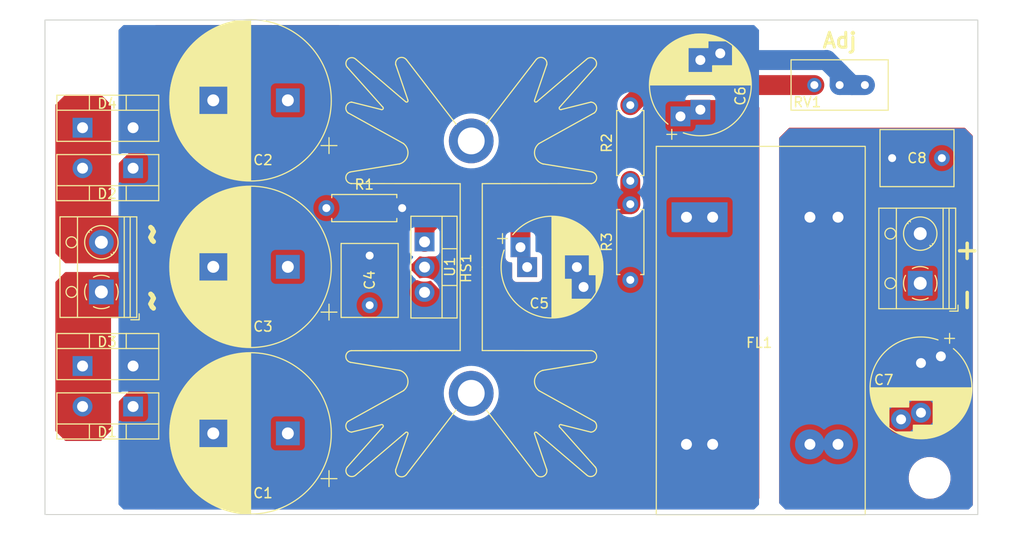
<source format=kicad_pcb>
(kicad_pcb (version 20211014) (generator pcbnew)
  (layers (0 "F.Cu" signal) (31 "B.Cu" signal) (34 "B.Paste" user) (35 "F.Paste" user) (36 "B.SilkS" user "B.Silkscreen") (37 "F.SilkS" user "F.Silkscreen") (38 "B.Mask" user) (39 "F.Mask" user) (44 "Edge.Cuts" user))
  (net 0 "")
  (net 1 "Net-(C1-Pad1)")
  (net 2 "GND")
  (net 3 "Net-(C5-Pad1)")
  (net 4 "Net-(C6-Pad1)")
  (net 5 "Net-(C7-Pad1)")
  (net 6 "Net-(C7-Pad2)")
  (net 7 "Net-(D1-Pad2)")
  (net 8 "Net-(D2-Pad2)")
  (net 9 "Net-(R2-Pad2)")
  (footprint "Capacitor_THT:C_Rect_L7.2mm_W5.5mm_P5.00mm_FKS2_FKP2_MKS2_MKP2" (layer "F.Cu") (at 186.279 91.519063)
    (fp_text reference "C8" (at 2.5 0.0025 180) (layer "F.SilkS"))
    (fp_text value "0.1uF")
    (pad "1" thru_hole circle locked (at 0 0) (size 1.6 1.6) (drill 0.8) (layers *.Cu *.Mask) (net 5 "Net-(C7-Pad1)"))
    (pad "2" thru_hole circle locked (at 5 0) (size 1.6 1.6) (drill 0.8) (layers *.Cu *.Mask) (net 6 "Net-(C7-Pad2)"))
  )
  (footprint "Capacitor_THT:CP_Radial_D10.0mm_P5.00mm_P7.50mm" (layer "F.Cu") (at 166.994427 86.65 90)
    (fp_text reference "C6" (at 1.382677 4.02 90) (layer "F.SilkS"))
    (fp_text value "100uF")
    (pad "1" thru_hole rect locked (at -0.672144 -2 90) (size 2 2) (drill 1) (layers *.Cu *.Mask) (net 4 "Net-(C6-Pad1)"))
    (pad "1" thru_hole rect locked (at 0 0 90) (size 2 2) (drill 1) (layers *.Cu *.Mask) (net 4 "Net-(C6-Pad1)"))
    (pad "2" thru_hole circle locked (at 5 0 90) (size 2 2) (drill 1) (layers *.Cu *.Mask) (net 2 "GND"))
    (pad "2" thru_hole circle locked (at 5.672144 2 90) (size 2 2) (drill 1) (layers *.Cu *.Mask) (net 2 "GND"))
  )
  (footprint "Capacitor_THT:CP_Radial_D16.0mm_P7.50mm" (layer "F.Cu") (at 125.511755 119.224659 180)
    (fp_text reference "C1" (at 2.5 -6.0125) (layer "F.SilkS"))
    (fp_text value "6800uF")
    (pad "1" thru_hole rect locked (at 0 0 180) (size 2.4 2.4) (drill 1.2) (layers *.Cu *.Mask) (net 1 "Net-(C1-Pad1)"))
    (pad "2" thru_hole circle locked (at 7.5 0 180) (size 2.4 2.4) (drill 1.2) (layers *.Cu *.Mask) (net 2 "GND"))
  )
  (footprint "Package_TO_SOT_THT:TO-220-2_Vertical" (layer "F.Cu") (at 104.869 88.46)
    (fp_text reference "D4" (at 2.465 -2.425) (layer "F.SilkS"))
    (fp_text value "MBR735")
    (pad "1" thru_hole rect locked (at 0 0) (size 2 2) (drill 1.1) (layers *.Cu *.Mask) (net 8 "Net-(D2-Pad2)"))
    (pad "2" thru_hole oval locked (at 5.08 0) (size 2 2) (drill 1.1) (layers *.Cu *.Mask) (net 2 "GND"))
  )
  (footprint "TerminalBlock_RND:TerminalBlock_RND_205-00012_1x02_P5.00mm_Horizontal" (layer "F.Cu") (at 189.104 104.119063 90)
    (fp_text reference "J2" hide)
    (fp_text value "AC")
    (pad "1" thru_hole rect locked (at 0 0 90) (size 2.5 2.5) (drill 1.3) (layers *.Cu *.Mask) (net 6 "Net-(C7-Pad2)"))
    (pad "2" thru_hole circle locked (at 5 0 90) (size 2.5 2.5) (drill 1.3) (layers *.Cu *.Mask) (net 5 "Net-(C7-Pad1)"))
  )
  (footprint "Capacitor_THT:CP_Radial_D16.0mm_P7.50mm" (layer "F.Cu") (at 125.511755 85.704186 180)
    (fp_text reference "C2" (at 2.5 -6.0125) (layer "F.SilkS"))
    (fp_text value "6800uF")
    (pad "1" thru_hole rect locked (at 0 0 180) (size 2.4 2.4) (drill 1.2) (layers *.Cu *.Mask) (net 1 "Net-(C1-Pad1)"))
    (pad "2" thru_hole circle locked (at 7.5 0 180) (size 2.4 2.4) (drill 1.2) (layers *.Cu *.Mask) (net 2 "GND"))
  )
  (footprint "Package_TO_SOT_THT:TO-220-2_Vertical" (layer "F.Cu") (at 109.949 92.535 180)
    (fp_text reference "D2" (at 2.615 -2.575) (layer "F.SilkS"))
    (fp_text value "MBR735")
    (pad "1" thru_hole rect locked (at 0 0 180) (size 2 2) (drill 1.1) (layers *.Cu *.Mask) (net 1 "Net-(C1-Pad1)"))
    (pad "2" thru_hole oval locked (at 5.08 0 180) (size 2 2) (drill 1.1) (layers *.Cu *.Mask) (net 8 "Net-(D2-Pad2)"))
  )
  (footprint "Resistor_THT:R_Axial_DIN0207_L6.3mm_D2.5mm_P7.62mm_Horizontal" (layer "F.Cu") (at 159.949 103.78 90)
    (fp_text reference "R3" (at 3.81 -2.37 90) (layer "F.SilkS"))
    (fp_text value "121")
    (pad "1" thru_hole circle locked (at 0 0 90) (size 1.6 1.6) (drill 0.8) (layers *.Cu *.Mask) (net 4 "Net-(C6-Pad1)"))
    (pad "2" thru_hole oval locked (at 7.62 0 90) (size 1.6 1.6) (drill 0.8) (layers *.Cu *.Mask) (net 3 "Net-(C5-Pad1)"))
  )
  (footprint "Resistor_THT:R_Axial_DIN0207_L6.3mm_D2.5mm_P7.62mm_Horizontal" (layer "F.Cu") (at 159.949 93.81 90)
    (fp_text reference "R2" (at 3.81 -2.37 90) (layer "F.SilkS"))
    (fp_text value "121")
    (pad "1" thru_hole circle locked (at 0 0 90) (size 1.6 1.6) (drill 0.8) (layers *.Cu *.Mask) (net 3 "Net-(C5-Pad1)"))
    (pad "2" thru_hole oval locked (at 7.62 0 90) (size 1.6 1.6) (drill 0.8) (layers *.Cu *.Mask) (net 9 "Net-(R2-Pad2)"))
  )
  (footprint "MountingHole:MountingHole_3.2mm_M3" (layer "F.Cu") (at 190.049707 123.707618)
    (fp_text reference "REF**" hide)
    (fp_text value "MountingHole_3.2mm_M3")
    (pad "" np_thru_hole circle locked (at 0 0) (size 3.2 3.2) (drill 3.2) (layers *.Cu *.Mask))
  )
  (footprint "Package_TO_SOT_THT:TO-220-3_Vertical" (layer "F.Cu") (at 139.259 99.95 -90)
    (fp_text reference "U1" (at 2.51 -2.55 90) (layer "F.SilkS"))
    (fp_text value "LT1084-ADJ")
    (pad "1" thru_hole rect locked (at 0 0 270) (size 1.905 2) (drill 1.1) (layers *.Cu *.Mask) (net 3 "Net-(C5-Pad1)"))
    (pad "2" thru_hole oval locked (at 2.54 0 270) (size 1.905 2) (drill 1.1) (layers *.Cu *.Mask) (net 4 "Net-(C6-Pad1)"))
    (pad "3" thru_hole oval locked (at 5.08 0 270) (size 1.905 2) (drill 1.1) (layers *.Cu *.Mask) (net 1 "Net-(C1-Pad1)"))
  )
  (footprint "Package_TO_SOT_THT:TO-220-2_Vertical" (layer "F.Cu") (at 104.869 112.445)
    (fp_text reference "D3" (at 2.465 -2.425) (layer "F.SilkS"))
    (fp_text value "MBR735")
    (pad "1" thru_hole rect locked (at 0 0) (size 2 2) (drill 1.1) (layers *.Cu *.Mask) (net 7 "Net-(D1-Pad2)"))
    (pad "2" thru_hole oval locked (at 5.08 0) (size 2 2) (drill 1.1) (layers *.Cu *.Mask) (net 2 "GND"))
  )
  (footprint "Package_TO_SOT_THT:TO-220-2_Vertical" (layer "F.Cu") (at 109.949 116.52 180)
    (fp_text reference "D1" (at 2.615 -2.575) (layer "F.SilkS"))
    (fp_text value "MBR735")
    (pad "1" thru_hole rect locked (at 0 0 180) (size 2 2) (drill 1.1) (layers *.Cu *.Mask) (net 1 "Net-(C1-Pad1)"))
    (pad "2" thru_hole oval locked (at 5.08 0 180) (size 2 2) (drill 1.1) (layers *.Cu *.Mask) (net 7 "Net-(D1-Pad2)"))
  )
  (footprint "Custom Library:AAvid_Heatsink" (layer "F.Cu") (at 143.934 102.61 90)
    (fp_text reference "HS1" (at 0 -0.5 90 unlocked) (layer "F.SilkS"))
    (fp_text value "Heatsink")
    (pad "1" thru_hole circle (at 12.82 0.02 90) (size 4.5 4.5) (drill 2.7) (layers *.Cu *.Mask))
    (pad "1" thru_hole circle (at -12.58 0.02 270) (size 4.5 4.5) (drill 2.7) (layers *.Cu *.Mask))
  )
  (footprint "Potentiometer_THT:Potentiometer_Bourns_3296W_Vertical" (layer "F.Cu") (at 178.459 84.167323 180)
    (fp_text reference "RV1" (at 0.72 -1.723277) (layer "F.SilkS"))
    (fp_text value "500")
    (pad "1" thru_hole circle locked (at 0 0 180) (size 1.44 1.44) (drill 0.8) (layers *.Cu *.Mask) (net 9 "Net-(R2-Pad2)"))
    (pad "2" thru_hole circle locked (at -2.54 0 180) (size 1.44 1.44) (drill 0.8) (layers *.Cu *.Mask) (net 2 "GND"))
    (pad "3" thru_hole circle locked (at -5.08 0 180) (size 1.44 1.44) (drill 0.8) (layers *.Cu *.Mask) (net 2 "GND"))
  )
  (footprint "MountingHole:MountingHole_3.2mm_M3" (layer "F.Cu") (at 106.049 81.264424)
    (fp_text reference "REF**" hide)
    (fp_text value "MountingHole_3.2mm_M3")
    (pad "" np_thru_hole circle locked (at 0 0) (size 3.2 3.2) (drill 3.2) (layers *.Cu *.Mask))
  )
  (footprint "Capacitor_THT:CP_Radial_D16.0mm_P7.50mm" (layer "F.Cu") (at 125.511755 102.464422 180)
    (fp_text reference "C3" (at 2.5 -6.0125) (layer "F.SilkS"))
    (fp_text value "6800uF")
    (pad "1" thru_hole rect locked (at 0 0 180) (size 2.4 2.4) (drill 1.2) (layers *.Cu *.Mask) (net 1 "Net-(C1-Pad1)"))
    (pad "2" thru_hole circle locked (at 7.5 0 180) (size 2.4 2.4) (drill 1.2) (layers *.Cu *.Mask) (net 2 "GND"))
  )
  (footprint "Custom Library:Choke_Schaffner_RN218-04-12.5x18.0mm" (layer "F.Cu") (at 165.706548 104.3075)
    (fp_text reference "FL1" (at 7.2 5.8) (layer "F.SilkS"))
    (fp_text value "529802B02500G")
    (pad "1" thru_hole rect (at -0.11 -6.84) (size 3 3) (drill 1.1) (layers *.Cu *.Mask) (net 4 "Net-(C6-Pad1)"))
    (pad "1" thru_hole rect (at 2.52245 -6.84) (size 3 3) (drill 1.1) (layers *.Cu *.Mask) (net 4 "Net-(C6-Pad1)"))
    (pad "2" thru_hole circle (at 12.305 -6.84) (size 3 3) (drill 1.1) (layers *.Cu *.Mask) (net 5 "Net-(C7-Pad1)"))
    (pad "2" thru_hole circle (at 15.13 -6.84) (size 3 3) (drill 1.1) (layers *.Cu *.Mask) (net 5 "Net-(C7-Pad1)"))
    (pad "3" thru_hole circle (at -0.11 16.02) (size 3 3) (drill 1.1) (layers *.Cu *.Mask) (net 2 "GND"))
    (pad "3" thru_hole circle (at 2.52245 16.02) (size 3 3) (drill 1.1) (layers *.Cu *.Mask) (net 2 "GND"))
    (pad "4" thru_hole circle (at 12.305 16.02) (size 3 3) (drill 1.1) (layers *.Cu *.Mask) (net 6 "Net-(C7-Pad2)"))
    (pad "4" thru_hole circle (at 15.13 16.02) (size 3 3) (drill 1.1) (layers *.Cu *.Mask) (net 6 "Net-(C7-Pad2)"))
  )
  (footprint "Capacitor_THT:CP_Radial_D10.0mm_P5.00mm_P7.50mm" (layer "F.Cu") (at 149.576323 102.49)
    (fp_text reference "C5" (at 1.214232 3.6575) (layer "F.SilkS"))
    (fp_text value "100uF")
    (pad "1" thru_hole rect locked (at 0 0) (size 2 2) (drill 1) (layers *.Cu *.Mask) (net 3 "Net-(C5-Pad1)"))
    (pad "1" thru_hole rect locked (at -0.672144 -2) (size 2 2) (drill 1) (layers *.Cu *.Mask) (net 3 "Net-(C5-Pad1)"))
    (pad "2" thru_hole circle locked (at 5.672144 2) (size 2 2) (drill 1) (layers *.Cu *.Mask) (net 2 "GND"))
    (pad "2" thru_hole circle locked (at 5 0) (size 2 2) (drill 1) (layers *.Cu *.Mask) (net 2 "GND"))
  )
  (footprint "MountingHole:MountingHole_3.2mm_M3" (layer "F.Cu") (at 106.049 123.817618)
    (fp_text reference "REF**" hide)
    (fp_text value "MountingHole_3.2mm_M3")
    (pad "" np_thru_hole circle locked (at 0 0) (size 3.2 3.2) (drill 3.2) (layers *.Cu *.Mask))
  )
  (footprint "Capacitor_THT:C_Rect_L7.2mm_W5.5mm_P5.00mm_FKS2_FKP2_MKS2_MKP2" (layer "F.Cu") (at 133.739 106.33 90)
    (fp_text reference "C4" (at 2.53 0 90) (layer "F.SilkS"))
    (fp_text value "0.1uF")
    (pad "1" thru_hole circle locked (at 0 0 90) (size 1.6 1.6) (drill 0.8) (layers *.Cu *.Mask) (net 1 "Net-(C1-Pad1)"))
    (pad "2" thru_hole circle locked (at 5 0 90) (size 1.6 1.6) (drill 0.8) (layers *.Cu *.Mask) (net 2 "GND"))
  )
  (footprint "Capacitor_THT:CP_Radial_D10.0mm_P5.00mm_P7.50mm" (layer "F.Cu") (at 189.179 112.144063 -90)
    (fp_text reference "C7" (at 1.7025 3.75 180) (layer "F.SilkS"))
    (fp_text value "100uF")
    (pad "1" thru_hole rect locked (at 0 0 270) (size 2 2) (drill 1) (layers *.Cu *.Mask) (net 5 "Net-(C7-Pad1)"))
    (pad "1" thru_hole rect locked (at -0.672144 -2 270) (size 2 2) (drill 1) (layers *.Cu *.Mask) (net 5 "Net-(C7-Pad1)"))
    (pad "2" thru_hole circle locked (at 5.672144 2 270) (size 2 2) (drill 1) (layers *.Cu *.Mask) (net 6 "Net-(C7-Pad2)"))
    (pad "2" thru_hole circle locked (at 5 0 270) (size 2 2) (drill 1) (layers *.Cu *.Mask) (net 6 "Net-(C7-Pad2)"))
  )
  (footprint "MountingHole:MountingHole_3.2mm_M3" (layer "F.Cu") (at 190.074707 81.154424)
    (fp_text reference "REF**" hide)
    (fp_text value "MountingHole_3.2mm_M3")
    (pad "" np_thru_hole circle locked (at 0 0) (size 3.2 3.2) (drill 3.2) (layers *.Cu *.Mask))
  )
  (footprint "TerminalBlock_RND:TerminalBlock_RND_205-00012_1x02_P5.00mm_Horizontal" (layer "F.Cu") (at 106.759 104.99 90)
    (fp_text reference "~  ~" (at 2.505 5.025 270) (layer "F.SilkS") (effects (font (size 3 3) (thickness 0.5))))
    (fp_text value "AC")
    (pad "1" thru_hole rect locked (at 0 0 90) (size 2.5 2.5) (drill 1.3) (layers *.Cu *.Mask) (net 7 "Net-(D1-Pad2)"))
    (pad "2" thru_hole circle locked (at 5 0 90) (size 2.5 2.5) (drill 1.3) (layers *.Cu *.Mask) (net 8 "Net-(D2-Pad2)"))
  )
  (footprint "Resistor_THT:R_Axial_DIN0207_L6.3mm_D2.5mm_P7.62mm_Horizontal" (layer "F.Cu") (at 129.389 96.55)
    (fp_text reference "R1" (at 3.81 -2.37) (layer "F.SilkS"))
    (fp_text value "121")
    (pad "1" thru_hole circle locked (at 0 0) (size 1.6 1.6) (drill 0.8) (layers *.Cu *.Mask) (net 1 "Net-(C1-Pad1)"))
    (pad "2" thru_hole oval locked (at 7.62 0) (size 1.6 1.6) (drill 0.8) (layers *.Cu *.Mask) (net 2 "GND"))
  )
  (gr_rect (start 194.895 77.62) (end 101.09 127.395) (layer "Edge.Cuts") (width 0.1) (fill none))
  (gr_text "+" (at 193.679 100.85 90) (layer "F.SilkS") (effects (font (size 2 2) (thickness 0.35))))
  (gr_text "-\n" (at 193.679 105.8 90) (layer "F.SilkS") (effects (font (size 2 2) (thickness 0.35))))
  (gr_text "Adj" (at 181.009 79.68) (layer "F.SilkS") (effects (font (size 1.5 1.5) (thickness 0.3))))
  (segment (start 180.999 84.167323) (end 183.539 84.167323) (width 2) (layer "B.Cu") (net 2))
  (segment (start 166.994427 81.65) (end 179.689 81.65) (width 2) (layer "B.Cu") (net 2))
  (segment (start 182.206323 84.167323) (end 183.539 84.167323) (width 2) (layer "B.Cu") (net 2))
  (segment (start 180.999 82.96) (end 180.999 84.167323) (width 2) (layer "B.Cu") (net 2))
  (segment (start 179.689 81.65) (end 182.206323 84.167323) (width 2) (layer "B.Cu") (net 2))
  (segment (start 179.689 81.65) (end 180.999 82.96) (width 2) (layer "B.Cu") (net 2))
  (segment (start 139.259 98.43) (end 139.259 99.95) (width 2) (layer "F.Cu") (net 3))
  (segment (start 159.949 96.16) (end 149.109 96.16) (width 2) (layer "F.Cu") (net 3))
  (segment (start 148.904179 96.364821) (end 149.109 96.16) (width 2) (layer "F.Cu") (net 3))
  (segment (start 148.904179 100.49) (end 148.904179 96.364821) (width 2) (layer "F.Cu") (net 3))
  (segment (start 141.529 96.16) (end 139.259 98.43) (width 2) (layer "F.Cu") (net 3))
  (segment (start 159.949 93.81) (end 159.949 96.16) (width 2) (layer "F.Cu") (net 3))
  (segment (start 149.109 96.16) (end 141.529 96.16) (width 2) (layer "F.Cu") (net 3))
  (segment (start 161.971677 84.167323) (end 159.949 86.19) (width 2) (layer "F.Cu") (net 9))
  (segment (start 178.459 84.167323) (end 161.971677 84.167323) (width 2) (layer "F.Cu") (net 9))
  (zone (net 4) (net_name "Net-(C6-Pad1)") (layer "F.Cu") (connect_pads yes (clearance 0.508)) (min_thickness 0.254) (fill yes (thermal_gap 0.508) (thermal_bridge_width 0.508))
    (polygon (pts (xy 158.509 118.79) (xy 151.879 112.16) (xy 141.149 112.16) (xy 141.149 110.28) (xy 158.509 110.28)))
  )
  (zone (net 4) (net_name "Net-(C6-Pad1)") (layer "F.Cu") (connect_pads yes (clearance 0.508)) (min_thickness 0.254) (fill yes (thermal_gap 0.508) (thermal_bridge_width 0.508) (smoothing chamfer) (radius 1))
    (polygon (pts (xy 172.928552 105.74764) (xy 162.503552 105.74764) (xy 162.503552 85.40764) (xy 172.928552 85.40764)))
  )
  (zone (net 6) (net_name "Net-(C7-Pad2)") (layer "F.Cu") (connect_pads yes (clearance 0.508)) (min_thickness 0.254) (fill yes (thermal_gap 0.508) (thermal_bridge_width 0.508) (smoothing chamfer) (radius 1))
    (polygon (pts (xy 194.595134 127.229) (xy 174.920134 127.229) (xy 174.920134 88.46) (xy 194.595134 88.46)))
  )
  (zone (net 4) (net_name "Net-(C6-Pad1)") (layer "F.Cu") (connect_pads yes (clearance 0.508)) (min_thickness 0.254) (fill yes (thermal_gap 0.508) (thermal_bridge_width 0.508) (smoothing chamfer) (radius 1))
    (polygon (pts (xy 172.924 126.785) (xy 157.359 126.785) (xy 157.359 110.91) (xy 147.634 110.91) (xy 147.634 104.285) (xy 172.924 104.285)))
  )
  (zone (net 1) (net_name "Net-(C1-Pad1)") (layer "F.Cu") (connect_pads yes (clearance 0.508)) (min_thickness 0.254) (fill yes (thermal_gap 0.508) (thermal_bridge_width 0.508) (smoothing chamfer) (radius 1))
    (polygon (pts (xy 112.684 95.96) (xy 108.509 95.96) (xy 108.509 91.01) (xy 112.684 91.01)))
  )
  (zone (net 7) (net_name "Net-(D1-Pad2)") (layer "F.Cu") (connect_pads yes (clearance 0.508)) (min_thickness 0.254) (fill yes (thermal_gap 0.508) (thermal_bridge_width 0.508) (smoothing chamfer) (radius 1))
    (polygon (pts (xy 110.759 107.61) (xy 107.734 107.61) (xy 107.734 119.985) (xy 102.134 119.985) (xy 102.134 102.985) (xy 110.759 102.985)))
  )
  (zone (net 8) (net_name "Net-(D2-Pad2)") (layer "F.Cu") (connect_pads yes (clearance 0.508)) (min_thickness 0.254) (fill yes (thermal_gap 0.508) (thermal_bridge_width 0.508) (smoothing chamfer) (radius 1))
    (polygon (pts (xy 107.734 97.31) (xy 110.759 97.31) (xy 110.759 102.11) (xy 102.134 102.11) (xy 102.134 85.135) (xy 107.734 85.135)))
  )
  (zone (net 4) (net_name "Net-(C6-Pad1)") (layer "F.Cu") (connect_pads yes (clearance 0.508)) (min_thickness 0.254) (fill yes (thermal_gap 0.508) (thermal_bridge_width 0.508) (smoothing chamfer) (radius 1))
    (polygon (pts (xy 165.869 110.44) (xy 141.154 110.44) (xy 141.154 101.26) (xy 165.869 101.26)))
  )
  (zone (net 4) (net_name "Net-(C6-Pad1)") (layer "F.Cu") (connect_pads yes (clearance 0.508)) (min_thickness 0.254) (fill yes (thermal_gap 0.508) (thermal_bridge_width 0.508) (smoothing chamfer) (radius 1))
    (polygon (pts (xy 142.634 103.76) (xy 137.884 103.76) (xy 137.884 101.26) (xy 142.634 101.26)))
  )
  (zone (net 1) (net_name "Net-(C1-Pad1)") (layer "F.Cu") (connect_pads yes (clearance 0.508)) (min_thickness 0.254) (fill yes (thermal_gap 0.508) (thermal_bridge_width 0.508) (smoothing chamfer) (radius 1))
    (polygon (pts (xy 131.184 103.805) (xy 140.834 103.805) (xy 140.834 110.435) (xy 130.959 110.435) (xy 130.959 128.335) (xy 111.709 128.335) (xy 111.709 123.135) (xy 108.509 119.935) (xy 108.509 114.985) (xy 111.709 114.985) (xy 111.709 76.885) (xy 131.184 76.885)))
  )
  (zone (net 5) (net_name "Net-(C7-Pad1)") (layer "B.Cu") (connect_pads yes (clearance 0.508)) (min_thickness 0.254) (fill yes (thermal_gap 0.508) (thermal_bridge_width 0.508) (smoothing chamfer) (radius 1))
    (polygon (pts (xy 194.595134 127.274) (xy 174.920134 127.274) (xy 174.920134 88.52) (xy 194.595134 88.52)))
  )
  (zone (net 2) (net_name "GND") (layer "B.Cu") (connect_pads yes (clearance 0.508)) (min_thickness 0.254) (fill yes (thermal_gap 0.508) (thermal_bridge_width 0.508) (smoothing chamfer) (radius 1))
    (polygon (pts (xy 172.894 129.16) (xy 108.484 129.16) (xy 108.484 75.61) (xy 172.894 75.61)))
  )
)
</source>
